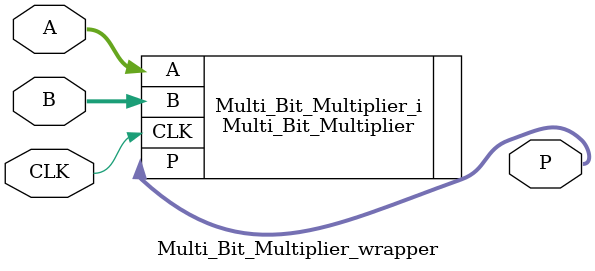
<source format=v>
`timescale 1 ps / 1 ps

module Multi_Bit_Multiplier_wrapper
   (A,
    B,
    CLK,
    P);
  input [3:0]A;
  input [3:0]B;
  input CLK;
  output [7:0]P;

  wire [3:0]A;
  wire [3:0]B;
  wire CLK;
  wire [7:0]P;

  Multi_Bit_Multiplier Multi_Bit_Multiplier_i
       (.A(A),
        .B(B),
        .CLK(CLK),
        .P(P));
endmodule

</source>
